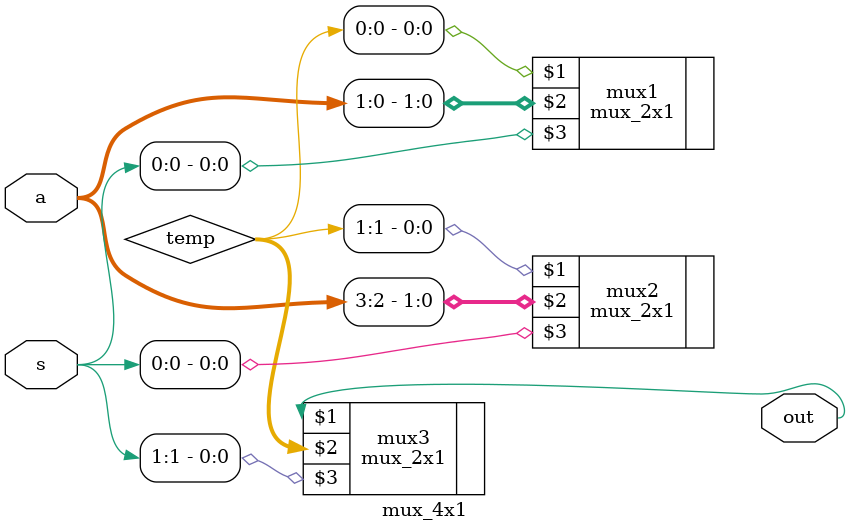
<source format=v>
module mux_4x1(out, a, s);

input [3:0] a;
input [1:0] s;
output out;

wire [1:0] temp;

mux_2x1 mux1(temp[0], a[1:0], s[0]),
        mux2(temp[1], a[3:2], s[0]),
        mux3(out, temp, s[1]);

endmodule
</source>
